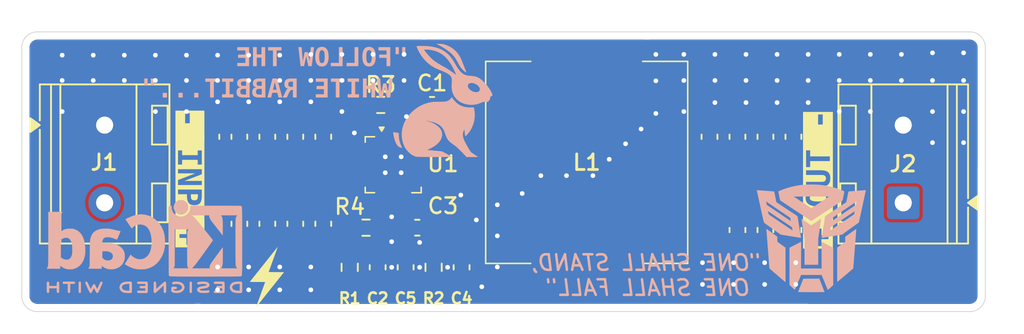
<source format=kicad_pcb>
(kicad_pcb (version 20241229) (generator "pcbnew") (generator_version "9.0")
  (layers (0 "F.Cu" signal) (2 "B.Cu" signal) (13 "F.Paste" user) (15 "B.Paste" user) (5 "F.SilkS" user "F.Silkscreen") (7 "B.SilkS" user "B.Silkscreen") (1 "F.Mask" user) (3 "B.Mask" user) (25 "Edge.Cuts" user))
  (net 0 "")
  (net 1 "/PH")
  (net 2 "/BOOT")
  (net 3 "/VSENSE")
  (net 4 "+6V")
  (net 5 "/COMP")
  (net 6 "GND")
  (net 7 "/SS{slash}TR")
  (net 8 "/COMP_MID")
  (net 9 "+VIN")
  (net 10 "/RT{slash}CLK")
  (footprint "Capacitor_SMD:C_0603_1608Metric" (layer "F.Cu") (at 121.6 87.3 -90)
    (property "Reference" "C15" (hide yes))
    (property "Value" "10uf" (hide yes))
    (pad "1" smd roundrect (at -0.775 0 270) (size 0.9 0.95) (layers "F.Cu" "F.Mask" "F.Paste") (net 6 "GND"))
    (pad "2" smd roundrect (at 0.775 0 270) (size 0.9 0.95) (layers "F.Cu" "F.Mask" "F.Paste") (net 9 "+VIN"))
  )
  (footprint "Capacitor_SMD:C_0603_1608Metric" (layer "F.Cu") (at 134.1 95.7 -90)
    (property "Reference" "C5" (at 2 0 0) (layer "F.SilkS") (effects (font (size 0.7 0.7) (thickness 0.16))))
    (property "Value" "2n2f" (hide yes))
    (pad "1" smd roundrect (at -0.775 0 270) (size 0.9 0.95) (layers "F.Cu" "F.Mask" "F.Paste") (net 6 "GND"))
    (pad "2" smd roundrect (at 0.775 0 270) (size 0.9 0.95) (layers "F.Cu" "F.Mask" "F.Paste") (net 8 "/COMP_MID"))
  )
  (footprint "TerminalBlock_RND:TerminalBlock_RND_205-00045_1x02_P5.00mm_Horizontal" (layer "F.Cu") (at 114.7325 86.55 -90)
    (property "Reference" "J1" (at 2.4 0.0325 0) (layer "F.SilkS") (effects (font (thickness 0.18))))
    (property "Value" "Screw_01x02" (hide yes))
    (pad "1" thru_hole roundrect (at 0 0 270) (size 2.1 2.1) (drill 1.1) (layers "*.Cu" "*.Mask") (roundrect_rratio 0.119048) (net 6 "GND"))
    (pad "2" thru_hole circle (at 5 0 270) (size 2.1 2.1) (drill 1.1) (layers "*.Cu" "*.Mask") (net 9 "+VIN"))
  )
  (footprint "Capacitor_SMD:C_0603_1608Metric" (layer "F.Cu") (at 125.2 87.3 -90)
    (property "Reference" "C6" (hide yes))
    (property "Value" "10uf" (hide yes))
    (pad "1" smd roundrect (at -0.775 0 270) (size 0.9 0.95) (layers "F.Cu" "F.Mask" "F.Paste") (net 6 "GND"))
    (pad "2" smd roundrect (at 0.775 0 270) (size 0.9 0.95) (layers "F.Cu" "F.Mask" "F.Paste") (net 9 "+VIN"))
  )
  (footprint "Capacitor_SMD:C_0603_1608Metric" (layer "F.Cu") (at 123.4 87.3 -90)
    (property "Reference" "C9" (hide yes))
    (property "Value" "10uf" (hide yes))
    (pad "1" smd roundrect (at -0.775 0 270) (size 0.9 0.95) (layers "F.Cu" "F.Mask" "F.Paste") (net 6 "GND"))
    (pad "2" smd roundrect (at 0.775 0 270) (size 0.9 0.95) (layers "F.Cu" "F.Mask" "F.Paste") (net 9 "+VIN"))
  )
  (footprint "Capacitor_SMD:C_0603_1608Metric" (layer "F.Cu") (at 157.25 93.3 90)
    (property "Reference" "C20" (hide yes))
    (property "Value" "10uf" (hide yes))
    (pad "1" smd roundrect (at -0.775 0 90) (size 0.9 0.95) (layers "F.Cu" "F.Mask" "F.Paste") (net 6 "GND"))
    (pad "2" smd roundrect (at 0.775 0 90) (size 0.9 0.95) (layers "F.Cu" "F.Mask" "F.Paste") (net 4 "+6V"))
  )
  (footprint "Resistor_SMD:R_0603_1608Metric" (layer "F.Cu") (at 131.55 93.15)
    (property "Reference" "R4" (at -1.05 -1.35 0) (layer "F.SilkS") (effects (font (thickness 0.16))))
    (property "Value" "10k" (hide yes))
    (pad "1" smd roundrect (at -0.825 0) (size 0.8 0.95) (layers "F.Cu" "F.Mask" "F.Paste") (net 3 "/VSENSE"))
    (pad "2" smd roundrect (at 0.825 0) (size 0.8 0.95) (layers "F.Cu" "F.Mask" "F.Paste") (net 6 "GND"))
  )
  (footprint "Capacitor_SMD:C_0603_1608Metric" (layer "F.Cu") (at 157.25 87.3 -90)
    (property "Reference" "C17" (hide yes))
    (property "Value" "10uf" (hide yes))
    (pad "1" smd roundrect (at -0.775 0 270) (size 0.9 0.95) (layers "F.Cu" "F.Mask" "F.Paste") (net 6 "GND"))
    (pad "2" smd roundrect (at 0.775 0 270) (size 0.9 0.95) (layers "F.Cu" "F.Mask" "F.Paste") (net 4 "+6V"))
  )
  (footprint "Capacitor_SMD:C_0603_1608Metric" (layer "F.Cu") (at 159.05 87.3 -90)
    (property "Reference" "C18" (hide yes))
    (property "Value" "10uf" (hide yes))
    (pad "1" smd roundrect (at -0.775 0 270) (size 0.9 0.95) (layers "F.Cu" "F.Mask" "F.Paste") (net 6 "GND"))
    (pad "2" smd roundrect (at 0.775 0 270) (size 0.9 0.95) (layers "F.Cu" "F.Mask" "F.Paste") (net 4 "+6V"))
  )
  (footprint "Capacitor_SMD:C_0603_1608Metric" (layer "F.Cu") (at 128.8 87.3 -90)
    (property "Reference" "C14" (hide yes))
    (property "Value" "10uf" (hide yes))
    (pad "1" smd roundrect (at -0.775 0 270) (size 0.9 0.95) (layers "F.Cu" "F.Mask" "F.Paste") (net 6 "GND"))
    (pad "2" smd roundrect (at 0.775 0 270) (size 0.9 0.95) (layers "F.Cu" "F.Mask" "F.Paste") (net 9 "+VIN"))
  )
  (footprint "Resistor_SMD:R_0603_1608Metric" (layer "F.Cu") (at 132.5 85.25)
    (property "Reference" "R3" (at 0 -1.3 0) (layer "F.SilkS") (effects (font (thickness 0.16))))
    (property "Value" "47k" (hide yes))
    (pad "1" smd roundrect (at -0.825 0) (size 0.8 0.95) (layers "F.Cu" "F.Mask" "F.Paste") (net 10 "/RT{slash}CLK"))
    (pad "2" smd roundrect (at 0.825 0) (size 0.8 0.95) (layers "F.Cu" "F.Mask" "F.Paste") (net 6 "GND"))
  )
  (footprint "Resistor_SMD:R_0603_1608Metric" (layer "F.Cu") (at 135.9 95.7 -90)
    (property "Reference" "R2" (at 2 0 0) (layer "F.SilkS") (effects (font (size 0.7 0.7) (thickness 0.16))))
    (property "Value" "22k" (hide yes))
    (pad "1" smd roundrect (at -0.825 0 270) (size 0.8 0.95) (layers "F.Cu" "F.Mask" "F.Paste") (net 5 "/COMP"))
    (pad "2" smd roundrect (at 0.825 0 270) (size 0.8 0.95) (layers "F.Cu" "F.Mask" "F.Paste") (net 8 "/COMP_MID"))
  )
  (footprint "IHLP5050EZER4R7M01:IHLP5050EZER4R7M01" (layer "F.Cu") (at 145.75 88.95 -90)
    (property "Reference" "L1" (at 0 0 0) (layer "F.SilkS") (effects (font (thickness 0.18))))
    (property "Value" "IHLP5050EZER4R7M01 4u7h" (hide yes))
    (pad "1" smd roundrect (at -5.753 0 270) (size 3.226 4.953) (layers "F.Cu" "F.Mask" "F.Paste") (roundrect_rratio 0.15) (net 1 "/PH"))
    (pad "2" smd roundrect (at 5.753 0 270) (size 3.226 4.953) (layers "F.Cu" "F.Mask" "F.Paste") (roundrect_rratio 0.15) (net 4 "+6V"))
  )
  (footprint "Capacitor_SMD:C_0603_1608Metric" (layer "F.Cu") (at 134.85 93.15)
    (property "Reference" "C3" (at 1.65 -1.4 0) (layer "F.SilkS") (effects (font (thickness 0.16))))
    (property "Value" "20p" (hide yes))
    (pad "1" smd roundrect (at -0.775 0) (size 0.9 0.95) (layers "F.Cu" "F.Mask" "F.Paste") (net 6 "GND"))
    (pad "2" smd roundrect (at 0.775 0) (size 0.9 0.95) (layers "F.Cu" "F.Mask" "F.Paste") (net 5 "/COMP"))
  )
  (footprint "TPS54821RHLR:TPS54821RHLR" (layer "F.Cu") (at 133.3 89.1)
    (property "Reference" "U1" (at 3.2 -0.05 0) (layer "F.SilkS") (effects (font (thickness 0.16))))
    (property "Value" "TPS54821RHLR" (hide yes))
    (pad "1" smd roundrect (at -0.75 -1.65 90) (size 0.6 0.24) (layers "F.Cu" "F.Mask" "F.Paste") (roundrect_rratio 0.2083333333) (net 10 "/RT{slash}CLK"))
    (pad "2" smd roundrect (at -1.65 -1) (size 0.6 0.24) (layers "F.Cu" "F.Mask" "F.Paste") (roundrect_rratio 0.2083333333) (net 6 "GND"))
    (pad "3" smd roundrect (at -1.65 -0.5) (size 0.6 0.24) (layers "F.Cu" "F.Mask" "F.Paste") (roundrect_rratio 0.2083333333) (net 6 "GND"))
    (pad "4" smd roundrect (at -1.65 0) (size 0.6 0.24) (layers "F.Cu" "F.Mask" "F.Paste") (roundrect_rratio 0.2083333333) (net 9 "+VIN"))
    (pad "5" smd roundrect (at -1.65 0.5) (size 0.6 0.24) (layers "F.Cu" "F.Mask" "F.Paste") (roundrect_rratio 0.2083333333) (net 9 "+VIN"))
    (pad "6" smd roundrect (at -1.65 1) (size 0.6 0.24) (layers "F.Cu" "F.Mask" "F.Paste") (roundrect_rratio 0.2083333333) (net 9 "+VIN"))
    (pad "7" smd roundrect (at -0.75 1.65 270) (size 0.6 0.24) (layers "F.Cu" "F.Mask" "F.Paste") (roundrect_rratio 0.2083333333) (net 3 "/VSENSE"))
    (pad "8" smd roundrect (at 0.75 1.65 270) (size 0.6 0.24) (layers "F.Cu" "F.Mask" "F.Paste") (roundrect_rratio 0.2083333333) (net 5 "/COMP"))
    (pad "9" smd roundrect (at 1.65 1) (size 0.6 0.24) (layers "F.Cu" "F.Mask" "F.Paste") (roundrect_rratio 0.2083333333) (net 7 "/SS{slash}TR"))
    (pad "10" smd roundrect (at 1.65 0.5) (size 0.6 0.24) (layers "F.Cu" "F.Mask" "F.Paste") (roundrect_rratio 0.2083333333))
    (pad "11" smd roundrect (at 1.65 0) (size 0.6 0.24) (layers "F.Cu" "F.Mask" "F.Paste") (roundrect_rratio 0.2083333333) (net 1 "/PH"))
    (pad "12" smd roundrect (at 1.65 -0.5) (size 0.6 0.24) (layers "F.Cu" "F.Mask" "F.Paste") (roundrect_rratio 0.2083333333) (net 1 "/PH"))
    (pad "13" smd roundrect (at 1.65 -1) (size 0.6 0.24) (layers "F.Cu" "F.Mask" "F.Paste") (roundrect_rratio 0.2083333333) (net 2 "/BOOT"))
    (pad "14" smd roundrect (at 0.75 -1.65 90) (size 0.6 0.24) (layers "F.Cu" "F.Mask" "F.Paste") (roundrect_rratio 0.2083333333))
    (pad "15" thru_hole circle (at -0.5125 -0.5125) (size 0.7 0.7) (drill 0.3) (layers "*.Cu" "*.Mask") (net 6 "GND"))
    (pad "15" thru_hole circle (at -0.5125 0.5125) (size 0.7 0.7) (drill 0.3) (layers "*.Cu" "*.Mask") (net 6 "GND"))
    (pad "15" smd roundrect (at -0.275 0) (size 0.2 3.9) (layers "F.Cu" "F.Mask" "F.Paste") (net 6 "GND"))
    (pad "15" smd rect (at 0 -1.2038) (size 0.55 0.4675) (layers "F.Cu" "F.Mask" "F.Paste") (net 6 "GND"))
    (pad "15" smd roundrect (at 0 0) (size 2.05 2.05) (layers "F.Cu" "F.Mask" "F.Paste") (roundrect_rratio 0.05853658537) (net 6 "GND"))
    (pad "15" smd rect (at 0 1.2038) (size 0.55 0.4675) (layers "F.Cu" "F.Mask" "F.Paste") (net 6 "GND"))
    (pad "15" smd roundrect (at 0.275 0) (size 0.2 3.9) (layers "F.Cu" "F.Mask" "F.Paste") (net 6 "GND"))
    (pad "15" thru_hole circle (at 0.5125 -0.5125) (size 0.7 0.7) (drill 0.3) (layers "*.Cu" "*.Mask") (net 6 "GND"))
    (pad "15" thru_hole circle (at 0.5125 0.5125) (size 0.7 0.7) (drill 0.3) (layers "*.Cu" "*.Mask") (net 6 "GND"))
  )
  (footprint "Capacitor_SMD:C_0603_1608Metric" (layer "F.Cu") (at 155.45 87.3 -90)
    (property "Reference" "C16" (hide yes))
    (property "Value" "10uf" (hide yes))
    (pad "1" smd roundrect (at -0.775 0 270) (size 0.9 0.95) (layers "F.Cu" "F.Mask" "F.Paste") (net 6 "GND"))
    (pad "2" smd roundrect (at 0.775 0 270) (size 0.9 0.95) (layers "F.Cu" "F.Mask" "F.Paste") (net 4 "+6V"))
  )
  (footprint "LOGO" (layer "F.Cu") (at 125.175 96.325 180)
    (property "Reference" "G***" (hide yes))
    (property "Value" "LOGO" (hide yes))
  )
  (footprint "Capacitor_SMD:C_0603_1608Metric" (layer "F.Cu") (at 121.6 92.9 90)
    (property "Reference" "C8" (hide yes))
    (property "Value" "10uf" (hide yes))
    (pad "1" smd roundrect (at -0.775 0 90) (size 0.9 0.95) (layers "F.Cu" "F.Mask" "F.Paste") (net 6 "GND"))
    (pad "2" smd roundrect (at 0.775 0 90) (size 0.9 0.95) (layers "F.Cu" "F.Mask" "F.Paste") (net 9 "+VIN"))
  )
  (footprint "Capacitor_SMD:C_0603_1608Metric" (layer "F.Cu") (at 127 92.9 90)
    (property "Reference" "C12" (hide yes))
    (property "Value" "10uf" (hide yes))
    (pad "1" smd roundrect (at -0.775 0 90) (size 0.9 0.95) (layers "F.Cu" "F.Mask" "F.Paste") (net 6 "GND"))
    (pad "2" smd roundrect (at 0.775 0 90) (size 0.9 0.95) (layers "F.Cu" "F.Mask" "F.Paste") (net 9 "+VIN"))
  )
  (footprint "Capacitor_SMD:C_0603_1608Metric" (layer "F.Cu") (at 127 87.3 -90)
    (property "Reference" "C7" (hide yes))
    (property "Value" "10uf" (hide yes))
    (pad "1" smd roundrect (at -0.775 0 270) (size 0.9 0.95) (layers "F.Cu" "F.Mask" "F.Paste") (net 6 "GND"))
    (pad "2" smd roundrect (at 0.775 0 270) (size 0.9 0.95) (layers "F.Cu" "F.Mask" "F.Paste") (net 9 "+VIN"))
  )
  (footprint "TerminalBlock_RND:TerminalBlock_RND_205-00045_1x02_P5.00mm_Horizontal" (layer "F.Cu") (at 166.1175 91.55 90)
    (property "Reference" "J2" (at 2.5 -0.0175 0) (layer "F.SilkS") (effects (font (thickness 0.18))))
    (property "Value" "Screw_01x02" (hide yes))
    (pad "1" thru_hole roundrect (at 0 0 90) (size 2.1 2.1) (drill 1.1) (layers "*.Cu" "*.Mask") (roundrect_rratio 0.119048) (net 4 "+6V"))
    (pad "2" thru_hole circle (at 5 0 90) (size 2.1 2.1) (drill 1.1) (layers "*.Cu" "*.Mask") (net 6 "GND"))
  )
  (footprint "Capacitor_SMD:C_0603_1608Metric" (layer "F.Cu") (at 123.4 92.9 90)
    (property "Reference" "C10" (hide yes))
    (property "Value" "10uf" (hide yes))
    (pad "1" smd roundrect (at -0.775 0 90) (size 0.9 0.95) (layers "F.Cu" "F.Mask" "F.Paste") (net 6 "GND"))
    (pad "2" smd roundrect (at 0.775 0 90) (size 0.9 0.95) (layers "F.Cu" "F.Mask" "F.Paste") (net 9 "+VIN"))
  )
  (footprint "Capacitor_SMD:C_0603_1608Metric" (layer "F.Cu") (at 159.05 93.3 90)
    (property "Reference" "C19" (hide yes))
    (property "Value" "10uf" (hide yes))
    (pad "1" smd roundrect (at -0.775 0 90) (size 0.9 0.95) (layers "F.Cu" "F.Mask" "F.Paste") (net 6 "GND"))
    (pad "2" smd roundrect (at 0.775 0 90) (size 0.9 0.95) (layers "F.Cu" "F.Mask" "F.Paste") (net 4 "+6V"))
  )
  (footprint "Capacitor_SMD:C_0603_1608Metric" (layer "F.Cu") (at 125.2 92.9 90)
    (property "Reference" "C11" (hide yes))
    (property "Value" "10uf" (hide yes))
    (pad "1" smd roundrect (at -0.775 0 90) (size 0.9 0.95) (layers "F.Cu" "F.Mask" "F.Paste") (net 6 "GND"))
    (pad "2" smd roundrect (at 0.775 0 90) (size 0.9 0.95) (layers "F.Cu" "F.Mask" "F.Paste") (net 9 "+VIN"))
  )
  (footprint "Capacitor_SMD:C_0603_1608Metric" (layer "F.Cu") (at 128.8 92.9 90)
    (property "Reference" "C13" (hide yes))
    (property "Value" "10uf" (hide yes))
    (pad "1" smd roundrect (at -0.775 0 90) (size 0.9 0.95) (layers "F.Cu" "F.Mask" "F.Paste") (net 6 "GND"))
    (pad "2" smd roundrect (at 0.775 0 90) (size 0.9 0.95) (layers "F.Cu" "F.Mask" "F.Paste") (net 9 "+VIN"))
  )
  (footprint "Capacitor_SMD:C_0603_1608Metric" (layer "F.Cu") (at 155.45 93.3 90)
    (property "Reference" "C21" (hide yes))
    (property "Value" "10uf" (hide yes))
    (pad "1" smd roundrect (at -0.775 0 90) (size 0.9 0.95) (layers "F.Cu" "F.Mask" "F.Paste") (net 6 "GND"))
    (pad "2" smd roundrect (at 0.775 0 90) (size 0.9 0.95) (layers "F.Cu" "F.Mask" "F.Paste") (net 4 "+6V"))
  )
  (footprint "Capacitor_SMD:C_0603_1608Metric" (layer "F.Cu") (at 137.7 95.7 90)
    (property "Reference" "C4" (at -2 0 0) (layer "F.SilkS") (effects (font (size 0.7 0.7) (thickness 0.16))))
    (property "Value" "100nf" (hide yes))
    (pad "1" smd roundrect (at -0.775 0 90) (size 0.9 0.95) (layers "F.Cu" "F.Mask" "F.Paste") (net 6 "GND"))
    (pad "2" smd roundrect (at 0.775 0 90) (size 0.9 0.95) (layers "F.Cu" "F.Mask" "F.Paste") (net 7 "/SS{slash}TR"))
  )
  (footprint "Capacitor_SMD:C_0603_1608Metric" (layer "F.Cu") (at 153.65 87.3 -90)
    (property "Reference" "C22" (hide yes))
    (property "Value" "10uf" (hide yes))
    (pad "1" smd roundrect (at -0.775 0 270) (size 0.9 0.95) (layers "F.Cu" "F.Mask" "F.Paste") (net 6 "GND"))
    (pad "2" smd roundrect (at 0.775 0 270) (size 0.9 0.95) (layers "F.Cu" "F.Mask" "F.Paste") (net 4 "+6V"))
  )
  (footprint "Capacitor_SMD:C_0603_1608Metric" (layer "F.Cu") (at 132.3 95.7 -90)
    (property "Reference" "C2" (at 2 0 0) (layer "F.SilkS") (effects (font (size 0.7 0.7) (thickness 0.16))))
    (property "Value" "10pf" (hide yes))
    (pad "1" smd roundrect (at -0.775 0 270) (size 0.9 0.95) (layers "F.Cu" "F.Mask" "F.Paste") (net 3 "/VSENSE"))
    (pad "2" smd roundrect (at 0.775 0 270) (size 0.9 0.95) (layers "F.Cu" "F.Mask" "F.Paste") (net 4 "+6V"))
  )
  (footprint "Capacitor_SMD:C_0603_1608Metric" (layer "F.Cu") (at 135.8 85.25)
    (property "Reference" "C1" (at 0 -1.4 0) (layer "F.SilkS") (effects (font (thickness 0.16))))
    (property "Value" "100nf" (hide yes))
    (pad "1" smd roundrect (at -0.775 0) (size 0.9 0.95) (layers "F.Cu" "F.Mask" "F.Paste") (net 2 "/BOOT"))
    (pad "2" smd roundrect (at 0.775 0) (size 0.9 0.95) (layers "F.Cu" "F.Mask" "F.Paste") (net 1 "/PH"))
  )
  (footprint "Resistor_SMD:R_0603_1608Metric" (layer "F.Cu") (at 130.5 95.7 90)
    (property "Reference" "R1" (at -2 0 0) (layer "F.SilkS") (effects (font (size 0.7 0.7) (thickness 0.16))))
    (property "Value" "90k9" (hide yes))
    (pad "1" smd roundrect (at -0.825 0 90) (size 0.8 0.95) (layers "F.Cu" "F.Mask" "F.Paste") (net 4 "+6V"))
    (pad "2" smd roundrect (at 0.825 0 90) (size 0.8 0.95) (layers "F.Cu" "F.Mask" "F.Paste") (net 3 "/VSENSE"))
  )
  (footprint "LOGO" (layer "B.Cu") (at 136.5 84.95 180)
    (property "Reference" "G***" (hide yes))
    (property "Value" "LOGO" (hide yes))
  )
  (footprint "LOGO" (layer "B.Cu") (at 160.2 93.85 180)
    (property "Reference" "G***" (hide yes))
    (property "Value" "LOGO" (hide yes))
  )
  (footprint "Symbol:KiCad-Logo2_5mm_SilkScreen" (layer "B.Cu") (at 117.3 94.35 180)
    (property "Reference" "REF**" (hide yes))
    (property "Value" "KiCad-Logo2_5mm_SilkScreen" (hide yes))
  )
  (gr_line (start 110.4 80.55) (end 170.4 80.55) (stroke (width 0.05)) (layer "Edge.Cuts"))
  (gr_line (start 171.4 81.55) (end 171.4 97.55) (stroke (width 0.05)) (layer "Edge.Cuts"))
  (gr_line (start 170.4 98.55) (end 110.4 98.55) (stroke (width 0.05)) (layer "Edge.Cuts"))
  (gr_arc (start 170.4 80.55) (mid 171.107107 80.842893) (end 171.4 81.55) (stroke (width 0.05)) (layer "Edge.Cuts"))
  (gr_arc (start 171.4 97.55) (mid 171.107107 98.257107) (end 170.4 98.55) (stroke (width 0.05)) (layer "Edge.Cuts"))
  (gr_arc (start 109.4 81.55) (mid 109.692893 80.842893) (end 110.4 80.55) (stroke (width 0.05)) (layer "Edge.Cuts"))
  (gr_arc (start 110.4 98.55) (mid 109.692893 98.257107) (end 109.4 97.55) (stroke (width 0.05)) (layer "Edge.Cuts"))
  (gr_line (start 109.4 97.55) (end 109.4 81.55) (stroke (width 0.05)) (layer "Edge.Cuts"))
  (gr_text "+ OUT -" (at 161.65 94.4 90) (layer "F.SilkS" knockout) (effects (font (size 1.5 1.5) (thickness 0.2) (bold yes)) (justify left bottom)))
  (gr_text "- INP +" (at 119.2 85.475949 270) (layer "F.SilkS" knockout) (effects (font (size 1.5 1.5) (thickness 0.2) (bold yes)) (justify left bottom)))
  (gr_text "{dblquote}ONE SHALL STAND,\n ONE SHALL FALL{dblquote}" (at 157.15 97.6 0) (layer "B.SilkS") (effects (font (size 1 1) (thickness 0.16) (italic yes)) (justify left bottom mirror)))
  (gr_text "{dblquote}FOLLOW THE\n WHITE RABBIT...{dblquote}" (at 134.27264 84.978078 0) (layer "B.SilkS") (effects (font (size 1.2 1.2) (thickness 0.2) (bold yes)) (justify left bottom mirror)))
  (segment (start 135.025 88.025) (end 134.95 88.1) (width 0.24) (layer "F.Cu") (net 2))
  (segment (start 135.025 85.25) (end 135.025 88.025) (width 0.24) (layer "F.Cu") (net 2))
  (segment (start 132.25 94.875) (end 132.3 94.925) (width 0.24) (layer "F.Cu") (net 3))
  (segment (start 130.5 94.875) (end 132.25 94.875) (width 0.24) (layer "F.Cu") (net 3))
  (segment (start 130.5 94.875) (end 130.7 94.675) (width 0.24) (layer "F.Cu") (net 3))
  (segment (start 130.7 94.675) (end 130.7 93.175) (width 0.24) (layer "F.Cu") (net 3))
  (segment (start 130.725 93.15) (end 130.725 92.575) (width 0.24) (layer "F.Cu") (net 3))
  (segment (start 130.725 92.575) (end 132.55 90.75) (width 0.24) (layer "F.Cu") (net 3))
  (segment (start 132.3 96.475) (end 130.55 96.475) (width 0.24) (layer "F.Cu") (net 4))
  (segment (start 160.85 97.85) (end 161 97.7) (width 0.24) (layer "F.Cu") (net 4))
  (segment (start 132.3 96.475) (end 132.3 96.95) (width 0.24) (layer "F.Cu") (net 4))
  (segment (start 133.2 97.85) (end 160.85 97.85) (width 0.24) (layer "F.Cu") (net 4))
  (segment (start 130.55 96.475) (end 130.5 96.525) (width 0.24) (layer "F.Cu") (net 4))
  (segment (start 132.3 96.95) (end 133.2 97.85) (width 0.24) (layer "F.Cu") (net 4))
  (segment (start 135.625 93.15) (end 135.625 92.325) (width 0.24) (layer "F.Cu") (net 5))
  (segment (start 135.625 92.325) (end 134.05 90.75) (width 0.24) (layer "F.Cu") (net 5))
  (segment (start 135.9 94.875) (end 135.9 93.425) (width 0.24) (layer "F.Cu") (net 5))
  (segment (start 135.9 93.425) (end 135.625 93.15) (width 0.24) (layer "F.Cu") (net 5))
  (via (at 152 83.67675) (size 0.7) (drill 0.3) (layers "F.Cu" "B.Cu") (net 6))
  (via (at 160 83.67675) (size 0.7) (drill 0.3) (layers "F.Cu" "B.Cu") (net 6))
  (via (at 122 95.67675) (size 0.7) (drill 0.3) (layers "F.Cu" "B.Cu") (net 6))
  (via (at 148.25 87.75) (size 0.7) (drill 0.3) (layers "F.Cu" "B.Cu") (net 6))
  (via (at 139 96.95) (size 0.7) (drill 0.3) (layers "F.Cu" "B.Cu") (net 6))
  (via (at 149.25 86.8) (size 0.7) (drill 0.3) (layers "F.Cu" "B.Cu") (net 6))
  (via (at 158 85.1) (size 0.7) (drill 0.3) (layers "F.Cu" "B.Cu") (net 6))
  (via (at 152 82) (size 0.7) (drill 0.3) (layers "F.Cu" "B.Cu") (net 6))
  (via (at 168 83.67675) (size 0.7) (drill 0.3) (layers "F.Cu" "B.Cu") (net 6))
  (via (at 153.2 95.4) (size 0.7) (drill 0.3) (layers "F.Cu" "B.Cu") (net 6))
  (via (at 135 95.7) (size 0.7) (drill 0.3) (layers "F.Cu" "B.Cu") (net 6))
  (via (at 155.2 96.8) (size 0.7) (drill 0.3) (layers "F.Cu" "B.Cu") (net 6))
  (via (at 122 97.15) (size 0.7) (drill 0.3) (layers "F.Cu" "B.Cu") (net 6))
  (via (at 122 85.05) (size 0.7) (drill 0.3) (layers "F.Cu" "B.Cu") (net 6))
  (via (at 159.2 96.8) (size 0.7) (drill 0.3) (layers "F.Cu" "B.Cu") (net 6))
  (via (at 132 82) (size 0.7) (drill 0.3) (layers "F.Cu" "B.Cu") (net 6))
  (via (at 128 85.05) (size 0.7) (drill 0.3) (layers "F.Cu" "B.Cu") (net 6))
  (via (at 162 82) (size 0.7) (drill 0.3) (layers "F.Cu" "B.Cu") (net 6))
  (via (at 124 83.67675) (size 0.7) (drill 0.3) (layers "F.Cu" "B.Cu") (net 6))
  (via (at 170 87.67675) (size 0.7) (drill 0.3) (layers "F.Cu" "B.Cu") (net 6))
  (via (at 156 85.1) (size 0.7) (drill 0.3) (layers "F.Cu" "B.Cu") (net 6))
  (via (at 140 91.67675) (size 0.7) (drill 0.3) (layers "F.Cu" "B.Cu") (net 6))
  (via (at 126 83.67675) (size 0.7) (drill 0.3) (layers "F.Cu" "B.Cu") (net 6))
  (via (at 114 83.67675) (size 0.7) (drill 0.3) (layers "F.Cu" "B.Cu") (net 6))
  (via (at 142.8 89.8) (size 0.7) (drill 0.3) (layers "F.Cu" "B.Cu") (net 6))
  (via (at 140 95.67675) (size 0.7) (drill 0.3) (layers "F.Cu" "B.Cu") (net 6))
  (via (at 136.8 95.7) (size 0.7) (drill 0.3) (layers "F.Cu" "B.Cu") (net 6))
  (via (at 160 85.1) (size 0.7) (drill 0.3) (layers "F.Cu" "B.Cu") (net 6))
  (via (at 128 95.67675) (size 0.7) (drill 0.3) (layers "F.Cu" "B.Cu") (net 6))
  (via (at 141.6 90.95) (size 0.7) (drill 0.3) (layers "F.Cu" "B.Cu") (net 6))
  (via (at 126 85.05) (size 0.7) (drill 0.3) (layers "F.Cu" "B.Cu") (net 6))
  (via (at 170 81.9) (size 0.7) (drill 0.3) (layers "F.Cu" "B.Cu") (net 6))
  (via (at 130.8 87.05) (size 0.7) (drill 0.3) (layers "F.Cu" "B.Cu") (net 6))
  (via (at 118 85.67675) (size 0.7) (drill 0.3) (layers "F.Cu" "B.Cu") (net 6))
  (via (at 116 83.67675) (size 0.7) (drill 0.3) (layers "F.Cu" "B.Cu") (net 6))
  (via (at 134 82) (size 0.7) (drill 0.3) (layers "F.Cu" "B.Cu") (net 6))
  (via (at 112 83.67675) (size 0.7) (drill 0.3) (layers "F.Cu" "B.Cu") (net 6))
  (via (at 168 85.67675) (size 0.7) (drill 0.3) (layers "F.Cu" "B.Cu") (net 6))
  (via (at 133.2 95.7) (size 0.7) (drill 0.3) (layers "F.Cu" "B.Cu") (net 6))
  (via (at 128 82) (size 0.7) (drill 0.3) (layers "F.Cu" "B.Cu") (net 6))
  (via (at 112 82.05) (size 0.7) (drill 0.3) (layers "F.Cu" "B.Cu") (net 6))
  (via (at 162 83.67675) (size 0.7) (drill 0.3) (layers "F.Cu" "B.Cu") (net 6))
  (via (at 153.2 96.8) (size 0.7) (drill 0.3) (layers "F.Cu" "B.Cu") (net 6))
  (via (at 134.15 86) (size 0.7) (drill 0.3) (layers "F.Cu" "B.Cu") (net 6))
  (via (at 120 85.67675) (size 0.7) (drill 0.3) (layers "F.Cu" "B.Cu") (net 6))
  (via (at 126 97.15) (size 0.7) (drill 0.3) (layers "F.Cu" "B.Cu") (net 6))
  (via (at 126 95.67675) (size 0.7) (drill 0.3) (layers "F.Cu" "B.Cu") (net 6))
  (via (at 118 82.05) (size 0.7) (drill 0.3) (layers "F.Cu" "B.Cu") (net 6))
  (via (at 150.2 83.7) (size 0.7) (drill 0.3) (layers "F.Cu" "B.Cu") (net 6))
  (via (at 170 83.67675) (size 0.7) (drill 0.3) (layers "F.Cu" "B.Cu") (net 6))
  (via (at 122 83.67675) (size 0.7) (drill 0.3) (layers "F.Cu" "B.Cu") (net 6))
  (via (at 147.2 88.75) (size 0.7) (drill 0.3) (layers "F.Cu" "B.Cu") (net 6))
  (via (at 124 95.67675) (size 0.7) (drill 0.3) (layers "F.Cu" "B.Cu") (net 6))
  (via (at 150.2 85.8) (size 0.7) (drill 0.3) (layers "F.Cu" "B.Cu") (net 6))
  (via (at 164 83.67675) (size 0.7) (drill 0.3) (layers "F.Cu" "B.Cu") (net 6))
  (via (at 150.2 82) (size 0.7) (drill 0.3) (layers "F.Cu" "B.Cu") (net 6))
  (via (at 120 83.67675) (size 0.7) (drill 0.3) (layers "F.Cu" "B.Cu") (net 6))
  (via (at 133.2 94.05) (size 0.7) (drill 0.3) (layers "F.Cu" "B.Cu") (net 6))
  (via (at 146.15 89.8) (size 0.7) (drill 0.3) (layers "F.Cu" "B.Cu") (net 6))
  (via (at 130 82) (size 0.7) (drill 0.3) (layers "F.Cu" "B.Cu") (net 6))
  (via (at 124 82.05) (size 0.7) (drill 0.3) (layers "F.Cu" "B.Cu") (net 6))
  (via (at 135 94.1) (size 0.7) (drill 0.3) (layers "F.Cu" "B.Cu") (net 6))
  (via (at 157.2 96.8) (size 0.7) (drill 0.3) (layers "F.Cu" "B.Cu") (net 6))
  (via (at 114 82.05) (size 0.7) (drill 0.3) (layers "F.Cu" "B.Cu") (net 6))
  (via (at 160 82) (size 0.7) (drill 0.3) (layers "F.Cu" "B.Cu") (net 6))
  (via (at 124 85.05) (size 0.7) (drill 0.3) (layers "F.Cu" "B.Cu") (net 6))
  (via (at 124 97.15) (size 0.7) (drill 0.3) (layers "F.Cu" "B.Cu") (net 6))
  (via (at 164 85.67675) (size 0.7) (drill 0.3) (layers "F.Cu" "B.Cu") (net 6))
  (via (at 144.45 89.8) (size 0.7) (drill 0.3) (layers "F.Cu" "B.Cu") (net 6))
  (via (at 168 87.67675) (size 0.7) (drill 0.3) (layers "F.Cu" "B.Cu") (net 6))
  (via (at 112 85.67675) (size 0.7) (drill 0.3) (layers "F.Cu" "B.Cu") (net 6))
  (via (at 154 85.1) (size 0.7) (drill 0.3) (layers "F.Cu" "B.Cu") (net 6))
  (via (at 132 83.67675) (size 0.7) (drill 0.3) (layers "F.Cu" "B.Cu") (net 6))
  (via (at 128 83.67675) (size 0.7) (drill 0.3) (layers "F.Cu" "B.Cu") (net 6))
  (via (at 157.2 95.4) (size 0.7) (drill 0.3) (layers "F.Cu" "B.Cu") (net 6))
  (via (at 118 83.67675) (size 0.7) (drill 0.3) (layers "F.Cu" "B.Cu") (net 6))
  (via (at 168 81.9) (size 0.7) (drill 0.3) (layers "F.Cu" "B.Cu") (net 6))
  (via (at 128 97.15) (size 0.7) (drill 0.3) (layers "F.Cu" "B.Cu") (net 6))
  (via (at 134 83.67675) (size 0.7) (drill 0.3) (layers "F.Cu" "B.Cu") (net 6))
  (via (at 164 82) (size 0.7) (drill 0.3) (layers "F.Cu" "B.Cu") (net 6))
  (via (at 133.2 92.45) (size 0.7) (drill 0.3) (layers "F.Cu" "B.Cu") (net 6))
  (via (at 166 82) (size 0.7) (drill 0.3) (layers "F.Cu" "B.Cu") (net 6))
  (via (at 159.2 95.4) (size 0.7) (drill 0.3) (layers "F.Cu" "B.Cu") (net 6))
  (via (at 130 83.67675) (size 0.7) (drill 0.3) (layers "F.Cu" "B.Cu") (net 6))
  (via (at 120 82.05) (size 0.7) (drill 0.3) (layers "F.Cu" "B.Cu") (net 6))
  (via (at 170 85.67675) (size 0.7) (drill 0.3) (layers "F.Cu" "B.Cu") (net 6))
  (via (at 154 83.67675) (size 0.7) (drill 0.3) (layers "F.Cu" "B.Cu") (net 6))
  (via (at 155.2 95.4) (size 0.7) (drill 0.3) (layers "F.Cu" "B.Cu") (net 6))
  (via (at 138.65 92.65) (size 0.7) (drill 0.3) (layers "F.Cu" "B.Cu") (net 6))
  (via (at 158 83.67675) (size 0.7) (drill 0.3) (layers "F.Cu" "B.Cu") (net 6))
  (via (at 137.65 91.05) (size 0.7) (drill 0.3) (layers "F.Cu" "B.Cu") (net 6))
  (via (at 126 82.05) (size 0.7) (drill 0.3) (layers "F.Cu" "B.Cu") (net 6))
  (via (at 152 85.67675) (size 0.7) (drill 0.3) (layers "F.Cu" "B.Cu") (net 6))
  (via (at 156 82) (size 0.7) (drill 0.3) (layers "F.Cu" "B.Cu") (net 6))
  (via (at 130 85.67675) (size 0.7) (drill 0.3) (layers "F.Cu" "B.Cu") (net 6))
  (via (at 154 82) (size 0.7) (drill 0.3) (layers "F.Cu" "B.Cu") (net 6))
  (via (at 158 82) (size 0.7) (drill 0.3) (layers "F.Cu" "B.Cu") (net 6))
  (via (at 116 82.05) (size 0.7) (drill 0.3) (layers "F.Cu" "B.Cu") (net 6))
  (via (at 140 93.67675) (size 0.7) (drill 0.3) (layers "F.Cu" "B.Cu") (net 6))
  (via (at 156 83.67675) (size 0.7) (drill 0.3) (layers "F.Cu" "B.Cu") (net 6))
  (via (at 122 82.05) (size 0.7) (drill 0.3) (layers "F.Cu" "B.Cu") (net 6))
  (via (at 162 85.67675) (size 0.7) (drill 0.3) (layers "F.Cu" "B.Cu") (net 6))
  (via (at 166 83.67675) (size 0.7) (drill 0.3) (layers "F.Cu" "B.Cu") (net 6))
  (segment (start 137.7 94.925) (end 137.7 92.85) (width 0.24) (layer "F.Cu") (net 7))
  (segment (start 137.7 92.85) (end 134.95 90.1) (width 0.24) (layer "F.Cu") (net 7))
  (segment (start 135.9 96.525) (end 134.15 96.525) (width 0.24) (layer "F.Cu") (net 8))
  (segment (start 134.15 96.525) (end 134.1 96.475) (width 0.24) (layer "F.Cu") (net 8))
  (segment (start 131.675 85.25) (end 131.675 86.575) (width 0.24) (layer "F.Cu") (net 10))
  (segment (start 131.675 86.575) (end 132.55 87.45) (width 0.24) (layer "F.Cu") (net 10))
  (zone (net 1) (net_name "/PH") (layer "F.Cu") (priority 1) (connect_pads yes (clearance 0.2)) (min_thickness 0.2) (fill yes (thermal_gap 0.5) (thermal_bridge_width 0.5))
    (polygon (pts (xy 134.6 88.35) (xy 134.6 89.35) (xy 135.25 89.35) (xy 136.25 90.35) (xy 140.7 90.35) (xy 142.1 88.95) (xy 145.6 88.95) (xy 149.45099 85.09901) (xy 149.5 80.1) (xy 135.4 80.05) (xy 135.35 86.15) (xy 135.35 87.825) (xy 135.3 88.35)))
  )
  (zone (net 4) (net_name "+6V") (layer "F.Cu") (priority 1) (connect_pads yes (clearance 0.2)) (min_thickness 0.2) (fill yes (thermal_gap 0.5) (thermal_bridge_width 0.5))
    (polygon (pts (xy 143.5 90.7) (xy 146.787404 90.7) (xy 150.092843 87.4) (xy 163.8 87.4) (xy 166 89.6) (xy 170.85 89.6) (xy 170.85 98.1) (xy 159.9 98.1) (xy 159.9 93.604612) (xy 159.602257 93.3) (xy 154.4 93.3) (xy 152.2 95.5) (xy 152.2 97) (xy 140.7 97) (xy 140.7 93.5)))
  )
  (zone (net 9) (net_name "+VIN") (layer "F.Cu") (priority 1) (connect_pads yes (clearance 0.2)) (min_thickness 0.2) (fill yes (thermal_gap 0.5) (thermal_bridge_width 0.5))
    (polygon (pts (xy 132 88.95) (xy 131.241918 88.95) (xy 129.75 87.45) (xy 129.6 87.3) (xy 120.55 87.3) (xy 119.725758 88.15) (xy 109 88.15) (xy 109 98.75) (xy 120.6 98.75) (xy 120.6 93.25) (xy 120.95 92.9) (xy 129.702093 92.847904) (xy 131.599994 90.95) (xy 132 90.95)))
  )
  (zone (net 6) (net_name "GND") (layers "F.Cu" "B.Cu") (connect_pads yes (clearance 0.2)) (min_thickness 0.3) (fill yes (thermal_gap 0.5) (thermal_bridge_width 0.5))
    (polygon (pts (xy 108 78.5) (xy 108 100) (xy 173.9 100) (xy 173.9 78.5)))
  )
)
</source>
